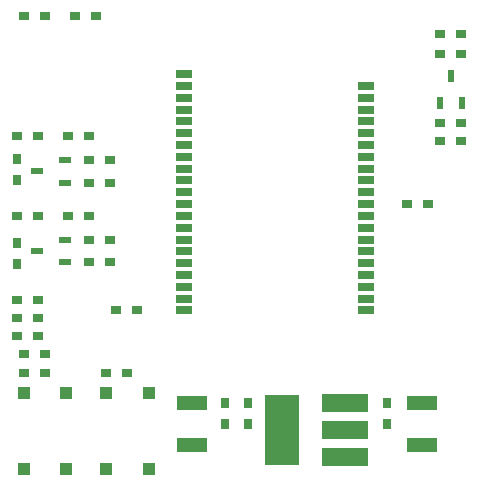
<source format=gtp>
%FSLAX25Y25*%
%MOIN*%
G70*
G01*
G75*
G04 Layer_Color=8421504*
%ADD10R,0.03500X0.03000*%
%ADD11R,0.02362X0.04299*%
%ADD12R,0.03000X0.03500*%
%ADD13R,0.04299X0.02362*%
%ADD14R,0.09843X0.04724*%
%ADD15R,0.11811X0.23622*%
%ADD16R,0.15748X0.06000*%
%ADD17R,0.03937X0.03937*%
%ADD18R,0.03937X0.03937*%
%ADD19R,0.05709X0.02756*%
%ADD20C,0.03000*%
%ADD21C,0.01000*%
%ADD22C,0.05000*%
%ADD23C,0.02500*%
%ADD24C,0.02000*%
%ADD25C,0.06000*%
%ADD26R,0.10000X0.16933*%
%ADD27C,0.05512*%
%ADD28C,0.06000*%
%ADD29R,0.06000X0.06000*%
%ADD30C,0.02500*%
%ADD31C,0.00500*%
%ADD32C,0.00787*%
%ADD33C,0.00600*%
%ADD34C,0.00800*%
%ADD35C,0.01500*%
%ADD36R,0.11811X0.01300*%
%ADD37C,0.00100*%
D10*
X159500Y155500D02*
D03*
X166500D02*
D03*
X159500Y126000D02*
D03*
X166500D02*
D03*
Y120000D02*
D03*
X159500D02*
D03*
X166500Y149000D02*
D03*
X159500D02*
D03*
X18500Y121500D02*
D03*
X25500D02*
D03*
X18500Y95000D02*
D03*
X25500D02*
D03*
X42500Y121500D02*
D03*
X35500D02*
D03*
X42500Y95000D02*
D03*
X35500D02*
D03*
X45000Y161600D02*
D03*
X38000D02*
D03*
X21000D02*
D03*
X28000D02*
D03*
X21000Y49000D02*
D03*
X28000D02*
D03*
X49500Y79500D02*
D03*
X42500D02*
D03*
X49500Y87000D02*
D03*
X42500D02*
D03*
X49500Y106000D02*
D03*
X42500D02*
D03*
X49500Y113500D02*
D03*
X42500D02*
D03*
X28000Y42500D02*
D03*
X21000D02*
D03*
X48300D02*
D03*
X55300D02*
D03*
X51500Y63500D02*
D03*
X58500D02*
D03*
X18500Y67000D02*
D03*
X25500D02*
D03*
X18500Y61000D02*
D03*
X25500D02*
D03*
X148500Y98933D02*
D03*
X155500D02*
D03*
X18500Y55000D02*
D03*
X25500D02*
D03*
D11*
X159500Y132500D02*
D03*
X166980D02*
D03*
X163240Y141587D02*
D03*
D12*
X88000Y25500D02*
D03*
Y32500D02*
D03*
X95500Y25500D02*
D03*
Y32500D02*
D03*
X142000Y25500D02*
D03*
Y32500D02*
D03*
X18500Y107000D02*
D03*
Y114000D02*
D03*
X18500Y86000D02*
D03*
Y79000D02*
D03*
D13*
X25413Y83240D02*
D03*
Y109740D02*
D03*
X34500Y79500D02*
D03*
Y86980D02*
D03*
Y106000D02*
D03*
Y113480D02*
D03*
D14*
X77000Y18721D02*
D03*
Y32500D02*
D03*
X153500Y18721D02*
D03*
Y32500D02*
D03*
D15*
X107000Y23500D02*
D03*
D16*
X128000D02*
D03*
Y32500D02*
D03*
Y14500D02*
D03*
D17*
X20827Y10409D02*
D03*
Y36000D02*
D03*
X48327Y10409D02*
D03*
Y36000D02*
D03*
D18*
X35000Y10409D02*
D03*
Y36000D02*
D03*
X62500Y10409D02*
D03*
Y36000D02*
D03*
D19*
X135000Y63433D02*
D03*
Y67370D02*
D03*
Y71307D02*
D03*
Y75244D02*
D03*
Y79181D02*
D03*
Y83118D02*
D03*
Y87055D02*
D03*
Y90992D02*
D03*
Y94929D02*
D03*
Y98866D02*
D03*
Y102803D02*
D03*
Y106740D02*
D03*
Y110677D02*
D03*
Y114614D02*
D03*
Y118551D02*
D03*
Y122488D02*
D03*
Y126425D02*
D03*
Y130362D02*
D03*
Y134299D02*
D03*
Y138236D02*
D03*
X74370D02*
D03*
Y134299D02*
D03*
Y130362D02*
D03*
Y126425D02*
D03*
Y122488D02*
D03*
Y118551D02*
D03*
Y114614D02*
D03*
Y110677D02*
D03*
Y106740D02*
D03*
Y102803D02*
D03*
Y98866D02*
D03*
Y94929D02*
D03*
Y90992D02*
D03*
Y87055D02*
D03*
Y83118D02*
D03*
Y79181D02*
D03*
Y75244D02*
D03*
Y71307D02*
D03*
Y67370D02*
D03*
Y63433D02*
D03*
Y142173D02*
D03*
M02*

</source>
